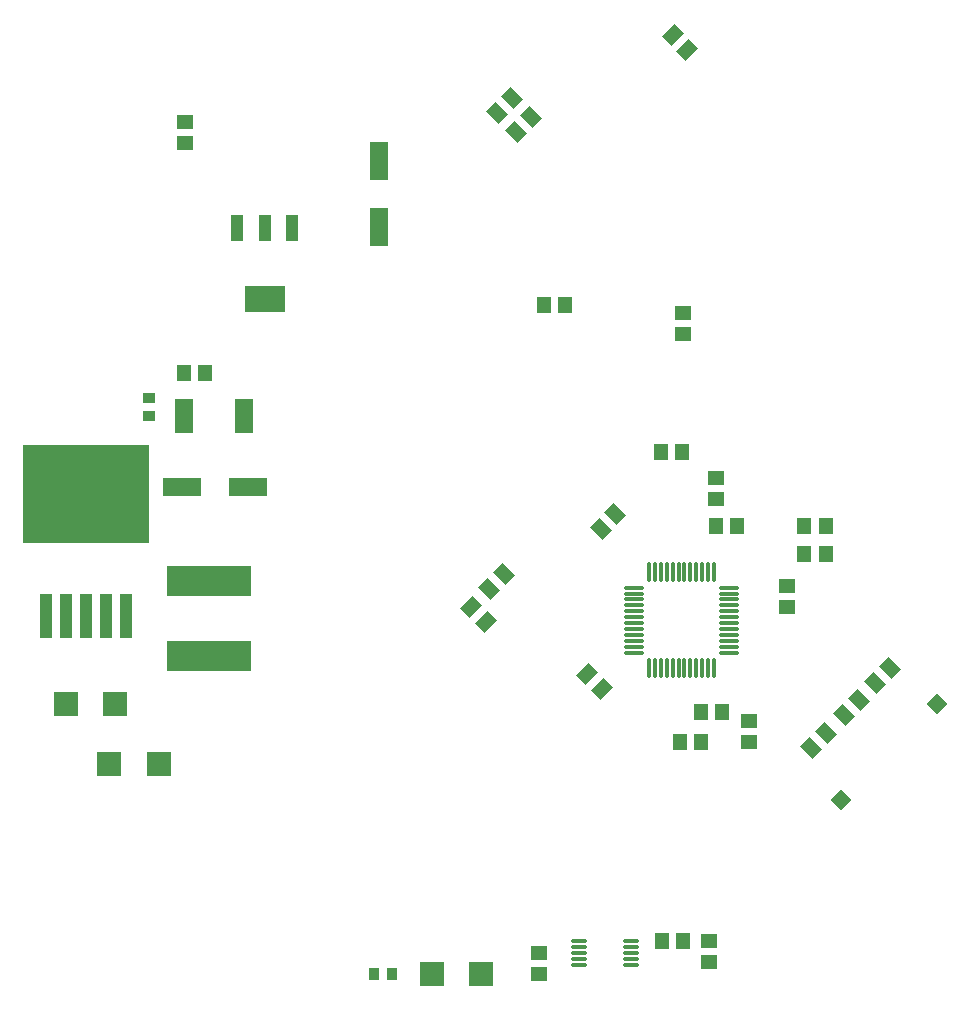
<source format=gtp>
G04*
G04 #@! TF.GenerationSoftware,Altium Limited,Altium Designer,18.1.9 (240)*
G04*
G04 Layer_Color=8421504*
%FSLAX25Y25*%
%MOIN*%
G70*
G01*
G75*
%ADD17R,0.05906X0.12598*%
%ADD18R,0.07874X0.07874*%
%ADD19R,0.28347X0.09843*%
%ADD20R,0.05906X0.11811*%
%ADD21R,0.12598X0.05906*%
%ADD22R,0.03937X0.08661*%
%ADD23R,0.13780X0.08661*%
%ADD24R,0.04567X0.05787*%
%ADD25R,0.05787X0.04567*%
%ADD26O,0.07087X0.01102*%
%ADD27O,0.01102X0.07087*%
G04:AMPARAMS|DCode=28|XSize=45.67mil|YSize=57.87mil|CornerRadius=0mil|HoleSize=0mil|Usage=FLASHONLY|Rotation=225.000|XOffset=0mil|YOffset=0mil|HoleType=Round|Shape=Rectangle|*
%AMROTATEDRECTD28*
4,1,4,-0.00432,0.03661,0.03661,-0.00432,0.00432,-0.03661,-0.03661,0.00432,-0.00432,0.03661,0.0*
%
%ADD28ROTATEDRECTD28*%

%ADD29R,0.03661X0.03858*%
%ADD30O,0.05512X0.01102*%
%ADD31R,0.41929X0.33071*%
%ADD32R,0.04134X0.14961*%
%ADD33R,0.03858X0.03661*%
G04:AMPARAMS|DCode=34|XSize=45.67mil|YSize=57.87mil|CornerRadius=0mil|HoleSize=0mil|Usage=FLASHONLY|Rotation=135.000|XOffset=0mil|YOffset=0mil|HoleType=Round|Shape=Rectangle|*
%AMROTATEDRECTD34*
4,1,4,0.03661,0.00432,-0.00432,-0.03661,-0.03661,-0.00432,0.00432,0.03661,0.03661,0.00432,0.0*
%
%ADD34ROTATEDRECTD34*%

%ADD35P,0.07071X4X270.0*%
D17*
X158500Y304000D02*
D03*
Y281976D02*
D03*
D18*
X70768Y123000D02*
D03*
X54232D02*
D03*
X176236Y33000D02*
D03*
X192772Y33000D02*
D03*
X85268Y103000D02*
D03*
X68732D02*
D03*
D19*
X102000Y164000D02*
D03*
Y139000D02*
D03*
D20*
X113500Y219000D02*
D03*
X93500D02*
D03*
D21*
X93000Y195500D02*
D03*
X115024D02*
D03*
D22*
X129555Y281811D02*
D03*
X120500D02*
D03*
X111445D02*
D03*
D23*
X120500Y258189D02*
D03*
D24*
X252496Y207000D02*
D03*
X259504D02*
D03*
X93496Y233500D02*
D03*
X100504D02*
D03*
X266000Y110500D02*
D03*
X258992D02*
D03*
X260008Y44000D02*
D03*
X253000D02*
D03*
X270996Y182500D02*
D03*
X278004D02*
D03*
X213496Y256000D02*
D03*
X220504D02*
D03*
X307500Y182500D02*
D03*
X300492D02*
D03*
X307496Y173000D02*
D03*
X300488D02*
D03*
X273000Y120500D02*
D03*
X265992D02*
D03*
D25*
X212004Y40004D02*
D03*
Y32996D02*
D03*
X268504Y44004D02*
D03*
Y36996D02*
D03*
X94000Y309996D02*
D03*
Y317004D02*
D03*
X294496Y155496D02*
D03*
Y162504D02*
D03*
X270992Y198508D02*
D03*
Y191500D02*
D03*
X260000Y246496D02*
D03*
Y253504D02*
D03*
X282157Y117504D02*
D03*
Y110496D02*
D03*
D26*
X275441Y140169D02*
D03*
Y142138D02*
D03*
X275441Y144106D02*
D03*
Y146075D02*
D03*
X275441Y148043D02*
D03*
Y150012D02*
D03*
Y151980D02*
D03*
Y153949D02*
D03*
Y155917D02*
D03*
Y157886D02*
D03*
Y159854D02*
D03*
Y161823D02*
D03*
X243551Y161823D02*
D03*
Y159854D02*
D03*
Y157886D02*
D03*
X243551Y155917D02*
D03*
Y153949D02*
D03*
Y151980D02*
D03*
Y150012D02*
D03*
Y148043D02*
D03*
X243551Y146075D02*
D03*
Y144106D02*
D03*
X243551Y142138D02*
D03*
X243551Y140169D02*
D03*
D27*
X270323Y166941D02*
D03*
X268354D02*
D03*
X266386D02*
D03*
X264417D02*
D03*
X262449D02*
D03*
X260480D02*
D03*
X258512D02*
D03*
X256543D02*
D03*
X254575D02*
D03*
X252606D02*
D03*
X250638D02*
D03*
X248669D02*
D03*
Y135051D02*
D03*
X250638Y135051D02*
D03*
X252606D02*
D03*
X254575D02*
D03*
X256543D02*
D03*
X258512D02*
D03*
X260480D02*
D03*
X262449Y135051D02*
D03*
X264417Y135051D02*
D03*
X266386D02*
D03*
X268354D02*
D03*
X270323D02*
D03*
D28*
X313545Y119407D02*
D03*
X318500Y124362D02*
D03*
X209334Y318677D02*
D03*
X204379Y313722D02*
D03*
X198015Y320086D02*
D03*
X202970Y325041D02*
D03*
X232522Y181522D02*
D03*
X237478Y186478D02*
D03*
X200343Y166329D02*
D03*
X195388Y161373D02*
D03*
X329104Y134972D02*
D03*
X324149Y130016D02*
D03*
X307537Y113405D02*
D03*
X302582Y108449D02*
D03*
D29*
X156973Y33000D02*
D03*
X163036Y33000D02*
D03*
D30*
X225342Y43937D02*
D03*
X225342Y41969D02*
D03*
Y40000D02*
D03*
Y38032D02*
D03*
X225342Y36063D02*
D03*
X242665D02*
D03*
X242665Y38032D02*
D03*
X242665Y40000D02*
D03*
Y41969D02*
D03*
Y43937D02*
D03*
D31*
X61000Y193051D02*
D03*
D32*
X74386Y152500D02*
D03*
X67693Y152500D02*
D03*
X61000D02*
D03*
X54307D02*
D03*
X47614D02*
D03*
D33*
X82000Y225031D02*
D03*
Y218969D02*
D03*
D34*
X256500Y345978D02*
D03*
X261455Y341022D02*
D03*
X232974Y128022D02*
D03*
X228018Y132978D02*
D03*
X189381Y155366D02*
D03*
X194336Y150410D02*
D03*
D35*
X312665Y90956D02*
D03*
X344680Y122970D02*
D03*
M02*

</source>
